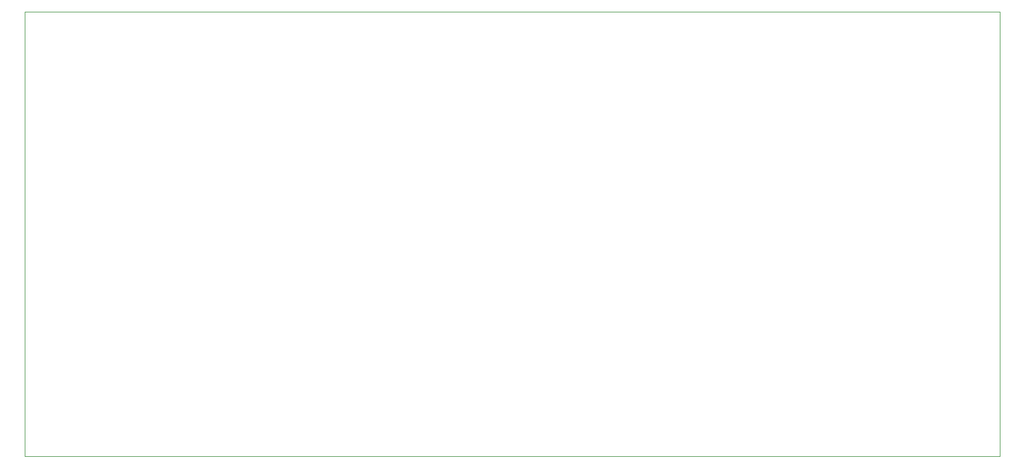
<source format=gm1>
%TF.GenerationSoftware,KiCad,Pcbnew,8.0.6*%
%TF.CreationDate,2025-02-07T02:37:33-05:00*%
%TF.ProjectId,SCAN,5343414e-2e6b-4696-9361-645f70636258,v1.0*%
%TF.SameCoordinates,Original*%
%TF.FileFunction,Profile,NP*%
%FSLAX46Y46*%
G04 Gerber Fmt 4.6, Leading zero omitted, Abs format (unit mm)*
G04 Created by KiCad (PCBNEW 8.0.6) date 2025-02-07 02:37:33*
%MOMM*%
%LPD*%
G01*
G04 APERTURE LIST*
%TA.AperFunction,Profile*%
%ADD10C,0.100000*%
%TD*%
G04 APERTURE END LIST*
D10*
X57000000Y-68000000D02*
X197000000Y-68000000D01*
X197000000Y-132000000D01*
X57000000Y-132000000D01*
X57000000Y-68000000D01*
M02*

</source>
